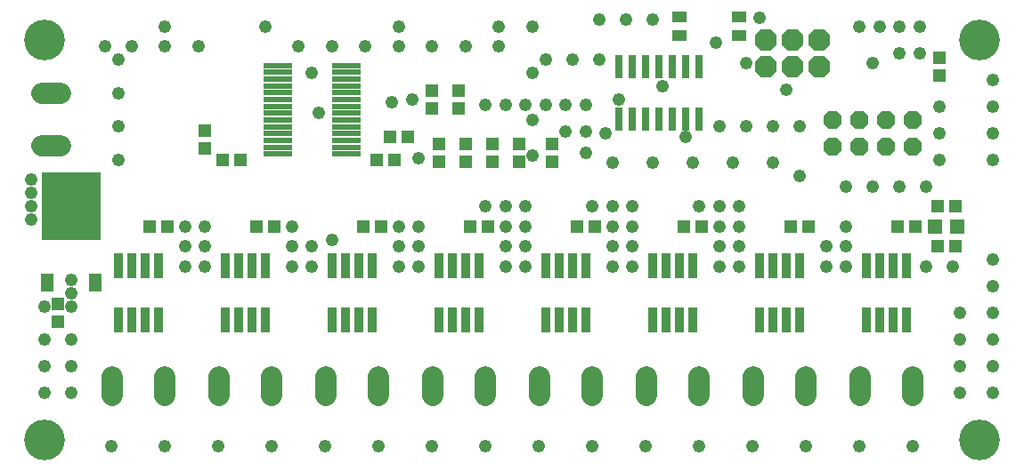
<source format=gts>
G75*
%MOIN*%
%OFA0B0*%
%FSLAX25Y25*%
%IPPOS*%
%LPD*%
%AMOC8*
5,1,8,0,0,1.08239X$1,22.5*
%
%ADD10C,0.15200*%
%ADD11R,0.10643X0.02454*%
%ADD12R,0.03200X0.09500*%
%ADD13C,0.07850*%
%ADD14R,0.05131X0.04737*%
%ADD15R,0.04737X0.05131*%
%ADD16R,0.03000X0.08600*%
%ADD17R,0.22060X0.25209*%
%ADD18R,0.04737X0.07099*%
%ADD19OC8,0.08200*%
%ADD20OC8,0.06800*%
%ADD21R,0.05524X0.03950*%
%ADD22R,0.05524X0.05524*%
%ADD23C,0.04800*%
%ADD24C,0.04762*%
D10*
X0015300Y0014300D03*
X0015300Y0164300D03*
X0365300Y0164300D03*
X0365300Y0014300D03*
D11*
X0128095Y0121387D03*
X0128095Y0123946D03*
X0128095Y0126505D03*
X0128095Y0129064D03*
X0128095Y0131623D03*
X0128095Y0134182D03*
X0128095Y0136741D03*
X0128095Y0139300D03*
X0128095Y0141859D03*
X0128095Y0144418D03*
X0128095Y0146977D03*
X0128095Y0149536D03*
X0128095Y0152095D03*
X0128095Y0154654D03*
X0102505Y0154654D03*
X0102505Y0152095D03*
X0102505Y0149536D03*
X0102505Y0146977D03*
X0102505Y0144418D03*
X0102505Y0141859D03*
X0102505Y0139300D03*
X0102505Y0136741D03*
X0102505Y0134182D03*
X0102505Y0131623D03*
X0102505Y0129064D03*
X0102505Y0126505D03*
X0102505Y0123946D03*
X0102505Y0121387D03*
D12*
X0097800Y0079600D03*
X0092800Y0079600D03*
X0087800Y0079600D03*
X0082800Y0079600D03*
X0057800Y0079600D03*
X0052800Y0079600D03*
X0047800Y0079600D03*
X0042800Y0079600D03*
X0042800Y0059000D03*
X0047800Y0059000D03*
X0052800Y0059000D03*
X0057800Y0059000D03*
X0082800Y0059000D03*
X0087800Y0059000D03*
X0092800Y0059000D03*
X0097800Y0059000D03*
X0122800Y0059000D03*
X0127800Y0059000D03*
X0132800Y0059000D03*
X0137800Y0059000D03*
X0162800Y0059000D03*
X0167800Y0059000D03*
X0172800Y0059000D03*
X0177800Y0059000D03*
X0202800Y0059000D03*
X0207800Y0059000D03*
X0212800Y0059000D03*
X0217800Y0059000D03*
X0242800Y0059000D03*
X0247800Y0059000D03*
X0252800Y0059000D03*
X0257800Y0059000D03*
X0282800Y0059000D03*
X0287800Y0059000D03*
X0292800Y0059000D03*
X0297800Y0059000D03*
X0322800Y0059000D03*
X0327800Y0059000D03*
X0332800Y0059000D03*
X0337800Y0059000D03*
X0337800Y0079600D03*
X0332800Y0079600D03*
X0327800Y0079600D03*
X0322800Y0079600D03*
X0297800Y0079600D03*
X0292800Y0079600D03*
X0287800Y0079600D03*
X0282800Y0079600D03*
X0257800Y0079600D03*
X0252800Y0079600D03*
X0247800Y0079600D03*
X0242800Y0079600D03*
X0217800Y0079600D03*
X0212800Y0079600D03*
X0207800Y0079600D03*
X0202800Y0079600D03*
X0177800Y0079600D03*
X0172800Y0079600D03*
X0167800Y0079600D03*
X0162800Y0079600D03*
X0137800Y0079600D03*
X0132800Y0079600D03*
X0127800Y0079600D03*
X0122800Y0079600D03*
D13*
X0120457Y0037825D02*
X0120457Y0030775D01*
X0140143Y0030775D02*
X0140143Y0037825D01*
X0160457Y0037825D02*
X0160457Y0030775D01*
X0180143Y0030775D02*
X0180143Y0037825D01*
X0200457Y0037825D02*
X0200457Y0030775D01*
X0220143Y0030775D02*
X0220143Y0037825D01*
X0240457Y0037825D02*
X0240457Y0030775D01*
X0260143Y0030775D02*
X0260143Y0037825D01*
X0280457Y0037825D02*
X0280457Y0030775D01*
X0300143Y0030775D02*
X0300143Y0037825D01*
X0320457Y0037825D02*
X0320457Y0030775D01*
X0340143Y0030775D02*
X0340143Y0037825D01*
X0100143Y0037825D02*
X0100143Y0030775D01*
X0080457Y0030775D02*
X0080457Y0037825D01*
X0060143Y0037825D02*
X0060143Y0030775D01*
X0040457Y0030775D02*
X0040457Y0037825D01*
X0021325Y0124457D02*
X0014275Y0124457D01*
X0014275Y0144143D02*
X0021325Y0144143D01*
D14*
X0081954Y0119300D03*
X0088646Y0119300D03*
X0139454Y0119300D03*
X0146146Y0119300D03*
X0144454Y0127800D03*
X0151146Y0127800D03*
X0141146Y0094300D03*
X0134454Y0094300D03*
X0101146Y0094300D03*
X0094454Y0094300D03*
X0061146Y0094300D03*
X0054454Y0094300D03*
X0174454Y0094300D03*
X0181146Y0094300D03*
X0214454Y0094300D03*
X0221146Y0094300D03*
X0254454Y0094300D03*
X0261146Y0094300D03*
X0294454Y0094300D03*
X0301146Y0094300D03*
X0334454Y0094300D03*
X0341146Y0094300D03*
X0349454Y0086800D03*
X0356146Y0086800D03*
X0356146Y0101800D03*
X0349454Y0101800D03*
D15*
X0350300Y0150954D03*
X0350300Y0157646D03*
X0205300Y0125146D03*
X0192800Y0125146D03*
X0182800Y0125146D03*
X0172800Y0125146D03*
X0162800Y0125146D03*
X0162800Y0118454D03*
X0172800Y0118454D03*
X0182800Y0118454D03*
X0192800Y0118454D03*
X0205300Y0118454D03*
X0170300Y0138454D03*
X0160300Y0138454D03*
X0160300Y0145146D03*
X0170300Y0145146D03*
X0075300Y0130146D03*
X0075300Y0123454D03*
X0020300Y0065146D03*
X0020300Y0058454D03*
D16*
X0230300Y0134600D03*
X0235300Y0134600D03*
X0240300Y0134600D03*
X0245300Y0134600D03*
X0250300Y0134600D03*
X0255300Y0134600D03*
X0260300Y0134600D03*
X0260300Y0154000D03*
X0255300Y0154000D03*
X0250300Y0154000D03*
X0245300Y0154000D03*
X0240300Y0154000D03*
X0235300Y0154000D03*
X0230300Y0154000D03*
D17*
X0025300Y0101800D03*
D18*
X0016324Y0073060D03*
X0034276Y0073060D03*
D19*
X0285300Y0154300D03*
X0295300Y0154300D03*
X0305300Y0154300D03*
X0305300Y0164300D03*
X0295300Y0164300D03*
X0285300Y0164300D03*
D20*
X0310300Y0134300D03*
X0320300Y0134300D03*
X0330300Y0134300D03*
X0340300Y0134300D03*
X0340300Y0124300D03*
X0330300Y0124300D03*
X0320300Y0124300D03*
X0310300Y0124300D03*
D21*
X0275300Y0165757D03*
X0275300Y0172843D03*
X0252800Y0172843D03*
X0252800Y0165757D03*
D22*
X0348666Y0094300D03*
X0356934Y0094300D03*
D23*
X0370300Y0081800D03*
X0355300Y0079300D03*
X0345300Y0079300D03*
X0370300Y0071800D03*
X0370300Y0061800D03*
X0357800Y0061800D03*
X0357800Y0051800D03*
X0370300Y0051800D03*
X0370300Y0041800D03*
X0357800Y0041800D03*
X0357800Y0031800D03*
X0370300Y0031800D03*
X0340300Y0011800D03*
X0320300Y0011800D03*
X0300300Y0011800D03*
X0280300Y0011800D03*
X0260300Y0011800D03*
X0240300Y0011800D03*
X0220300Y0011800D03*
X0200300Y0011800D03*
X0180300Y0011800D03*
X0160300Y0011800D03*
X0140300Y0011800D03*
X0120300Y0011800D03*
X0100300Y0011800D03*
X0080300Y0011800D03*
X0060300Y0011800D03*
X0040300Y0011800D03*
X0025300Y0031800D03*
X0015300Y0031800D03*
X0015300Y0041800D03*
X0025300Y0041800D03*
X0025300Y0051800D03*
X0015300Y0051800D03*
X0067800Y0079300D03*
X0075300Y0079300D03*
X0075300Y0086800D03*
X0067800Y0086800D03*
X0067800Y0094300D03*
X0075300Y0094300D03*
X0107800Y0094300D03*
X0107800Y0086800D03*
X0115300Y0086800D03*
X0122800Y0089300D03*
X0115300Y0079300D03*
X0107800Y0079300D03*
X0147800Y0079300D03*
X0155300Y0079300D03*
X0155300Y0086800D03*
X0147800Y0086800D03*
X0147800Y0094300D03*
X0155300Y0094300D03*
X0180300Y0101800D03*
X0187800Y0101800D03*
X0195300Y0101800D03*
X0195300Y0094300D03*
X0187800Y0094300D03*
X0187800Y0086800D03*
X0195300Y0086800D03*
X0195300Y0079300D03*
X0187800Y0079300D03*
X0227800Y0079300D03*
X0235300Y0079300D03*
X0235300Y0086800D03*
X0227800Y0086800D03*
X0227800Y0094300D03*
X0235300Y0094300D03*
X0235300Y0101800D03*
X0227800Y0101800D03*
X0220300Y0101800D03*
X0227800Y0118000D03*
X0217800Y0121800D03*
X0217800Y0129800D03*
X0210300Y0129800D03*
X0197800Y0134300D03*
X0195300Y0139800D03*
X0187800Y0139800D03*
X0180300Y0139800D03*
X0202800Y0139800D03*
X0210300Y0139800D03*
X0217800Y0139800D03*
X0230300Y0141800D03*
X0246550Y0146800D03*
X0222800Y0156800D03*
X0212800Y0156800D03*
X0202800Y0156800D03*
X0197800Y0151800D03*
X0185300Y0161800D03*
X0172800Y0161800D03*
X0160300Y0161800D03*
X0147800Y0161800D03*
X0135300Y0161800D03*
X0122800Y0161800D03*
X0110300Y0161800D03*
X0097800Y0169300D03*
X0072800Y0161800D03*
X0060300Y0161800D03*
X0060300Y0169300D03*
X0047800Y0161800D03*
X0037800Y0161800D03*
X0042800Y0156800D03*
X0042800Y0144300D03*
X0042800Y0131800D03*
X0042800Y0119300D03*
X0010300Y0111800D03*
X0010300Y0106800D03*
X0010300Y0101800D03*
X0010300Y0096800D03*
X0117800Y0136800D03*
X0145300Y0140800D03*
X0152800Y0141800D03*
X0115300Y0151800D03*
X0147800Y0169300D03*
X0185300Y0169300D03*
X0197800Y0169300D03*
X0222800Y0171800D03*
X0232800Y0171800D03*
X0242800Y0171800D03*
X0266550Y0163050D03*
X0277800Y0155550D03*
X0292800Y0145550D03*
X0287800Y0131800D03*
X0297800Y0131800D03*
X0277800Y0131800D03*
X0267800Y0131800D03*
X0255300Y0127800D03*
X0257800Y0118000D03*
X0242800Y0118000D03*
X0225300Y0129300D03*
X0197800Y0120800D03*
X0155300Y0119800D03*
X0260300Y0101800D03*
X0267800Y0101800D03*
X0275300Y0101800D03*
X0275300Y0094300D03*
X0267800Y0094300D03*
X0267800Y0086800D03*
X0275300Y0086800D03*
X0275300Y0079300D03*
X0267800Y0079300D03*
X0307800Y0079300D03*
X0315300Y0079300D03*
X0315300Y0086800D03*
X0307800Y0086800D03*
X0315300Y0094300D03*
X0315300Y0109300D03*
X0325300Y0109300D03*
X0335300Y0109300D03*
X0345300Y0109300D03*
X0350300Y0119300D03*
X0370300Y0119300D03*
X0370300Y0129300D03*
X0370300Y0139300D03*
X0350300Y0139300D03*
X0350300Y0129300D03*
X0370300Y0149300D03*
X0342800Y0159300D03*
X0335300Y0159300D03*
X0325300Y0155550D03*
X0327800Y0169300D03*
X0335300Y0169300D03*
X0342800Y0169300D03*
X0320300Y0169300D03*
X0282800Y0172646D03*
X0287800Y0118000D03*
X0297800Y0113000D03*
X0272800Y0118000D03*
D24*
X0025300Y0074300D03*
X0025300Y0069300D03*
X0025300Y0064300D03*
X0015300Y0064300D03*
M02*

</source>
